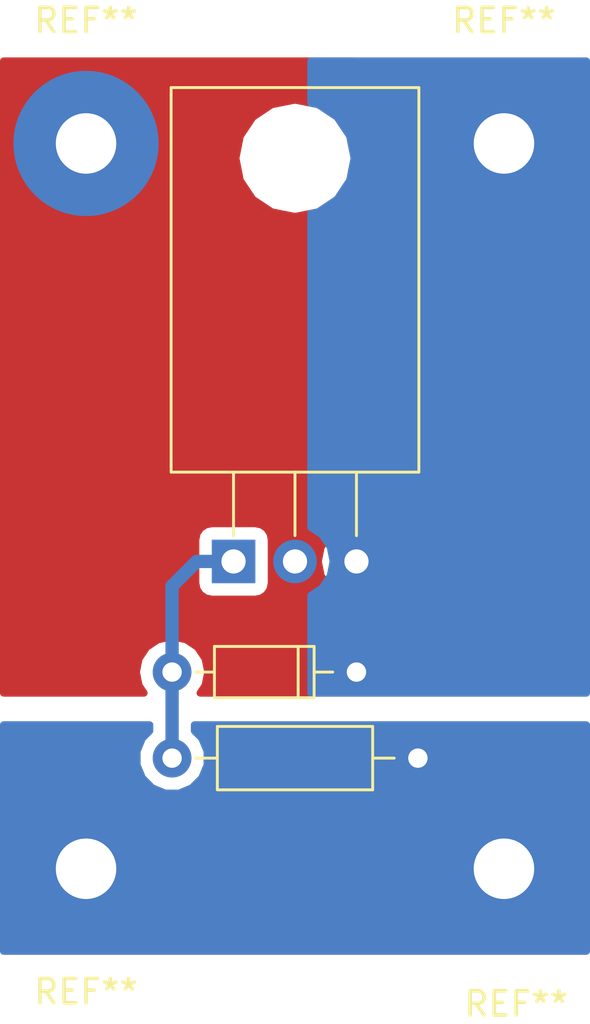
<source format=kicad_pcb>
(kicad_pcb (version 4) (host pcbnew 4.0.6)

  (general
    (links 7)
    (no_connects 0)
    (area 136.068999 83.744999 160.603001 120.979001)
    (thickness 1.6)
    (drawings 0)
    (tracks 4)
    (zones 0)
    (modules 7)
    (nets 5)
  )

  (page A4)
  (layers
    (0 F.Cu signal)
    (31 B.Cu signal)
    (32 B.Adhes user)
    (33 F.Adhes user)
    (34 B.Paste user)
    (35 F.Paste user)
    (36 B.SilkS user)
    (37 F.SilkS user)
    (38 B.Mask user)
    (39 F.Mask user)
    (40 Dwgs.User user)
    (41 Cmts.User user)
    (42 Eco1.User user)
    (43 Eco2.User user)
    (44 Edge.Cuts user)
    (45 Margin user)
    (46 B.CrtYd user)
    (47 F.CrtYd user)
    (48 B.Fab user)
    (49 F.Fab user)
  )

  (setup
    (last_trace_width 0.55)
    (trace_clearance 0.4)
    (zone_clearance 0.5)
    (zone_45_only no)
    (trace_min 0.2)
    (segment_width 0.2)
    (edge_width 0.15)
    (via_size 0.6)
    (via_drill 0.4)
    (via_min_size 0.4)
    (via_min_drill 0.3)
    (uvia_size 0.3)
    (uvia_drill 0.1)
    (uvias_allowed no)
    (uvia_min_size 0.2)
    (uvia_min_drill 0.1)
    (pcb_text_width 0.3)
    (pcb_text_size 1.5 1.5)
    (mod_edge_width 0.15)
    (mod_text_size 1 1)
    (mod_text_width 0.15)
    (pad_size 5.99948 5.99948)
    (pad_drill 2.49936)
    (pad_to_mask_clearance 0.2)
    (aux_axis_origin 0 0)
    (visible_elements FFFFFF7F)
    (pcbplotparams
      (layerselection 0x00030_80000001)
      (usegerberextensions false)
      (excludeedgelayer true)
      (linewidth 0.100000)
      (plotframeref false)
      (viasonmask false)
      (mode 1)
      (useauxorigin false)
      (hpglpennumber 1)
      (hpglpenspeed 20)
      (hpglpendiameter 15)
      (hpglpenoverlay 2)
      (psnegative false)
      (psa4output false)
      (plotreference true)
      (plotvalue true)
      (plotinvisibletext false)
      (padsonsilk false)
      (subtractmaskfromsilk false)
      (outputformat 1)
      (mirror false)
      (drillshape 1)
      (scaleselection 1)
      (outputdirectory ""))
  )

  (net 0 "")
  (net 1 "Net-(D1-Pad2)")
  (net 2 GNDREF)
  (net 3 VDD)
  (net 4 VCC)

  (net_class Default "This is the default net class."
    (clearance 0.4)
    (trace_width 0.55)
    (via_dia 0.6)
    (via_drill 0.4)
    (uvia_dia 0.3)
    (uvia_drill 0.1)
    (add_net VCC)
    (add_net VDD)
  )

  (net_class GND ""
    (clearance 0.4)
    (trace_width 0.55)
    (via_dia 0.6)
    (via_drill 0.4)
    (uvia_dia 0.3)
    (uvia_drill 0.1)
    (add_net GNDREF)
  )

  (net_class INPUT ""
    (clearance 0.4)
    (trace_width 0.55)
    (via_dia 0.6)
    (via_drill 0.4)
    (uvia_dia 0.3)
    (uvia_drill 0.1)
    (add_net "Net-(D1-Pad2)")
  )

  (net_class LOAD ""
    (clearance 0.4)
    (trace_width 0.55)
    (via_dia 0.6)
    (via_drill 0.4)
    (uvia_dia 0.3)
    (uvia_drill 0.1)
  )

  (module Diodes_ThroughHole:D_DO-35_SOD27_P7.62mm_Horizontal (layer F.Cu) (tedit 59837A4E) (tstamp 59835A0C)
    (at 150.876 109.22 180)
    (descr "D, DO-35_SOD27 series, Axial, Horizontal, pin pitch=7.62mm, , length*diameter=4*2mm^2, , http://www.diodes.com/_files/packages/DO-35.pdf")
    (tags "D DO-35_SOD27 series Axial Horizontal pin pitch 7.62mm  length 4mm diameter 2mm")
    (path /598355FA)
    (fp_text reference D1 (at -14.732 3.048 180) (layer F.SilkS) hide
      (effects (font (size 1 1) (thickness 0.15)))
    )
    (fp_text value ZENER (at -5.08 2.54 180) (layer F.Fab)
      (effects (font (size 1 1) (thickness 0.15)))
    )
    (fp_text user %R (at -5.08 1.016 180) (layer F.Fab)
      (effects (font (size 1 1) (thickness 0.15)))
    )
    (fp_line (start 1.81 -1) (end 1.81 1) (layer F.Fab) (width 0.1))
    (fp_line (start 1.81 1) (end 5.81 1) (layer F.Fab) (width 0.1))
    (fp_line (start 5.81 1) (end 5.81 -1) (layer F.Fab) (width 0.1))
    (fp_line (start 5.81 -1) (end 1.81 -1) (layer F.Fab) (width 0.1))
    (fp_line (start 0 0) (end 1.81 0) (layer F.Fab) (width 0.1))
    (fp_line (start 7.62 0) (end 5.81 0) (layer F.Fab) (width 0.1))
    (fp_line (start 2.41 -1) (end 2.41 1) (layer F.Fab) (width 0.1))
    (fp_line (start 1.75 -1.06) (end 1.75 1.06) (layer F.SilkS) (width 0.12))
    (fp_line (start 1.75 1.06) (end 5.87 1.06) (layer F.SilkS) (width 0.12))
    (fp_line (start 5.87 1.06) (end 5.87 -1.06) (layer F.SilkS) (width 0.12))
    (fp_line (start 5.87 -1.06) (end 1.75 -1.06) (layer F.SilkS) (width 0.12))
    (fp_line (start 0.98 0) (end 1.75 0) (layer F.SilkS) (width 0.12))
    (fp_line (start 6.64 0) (end 5.87 0) (layer F.SilkS) (width 0.12))
    (fp_line (start 2.41 -1.06) (end 2.41 1.06) (layer F.SilkS) (width 0.12))
    (fp_line (start -1.05 -1.35) (end -1.05 1.35) (layer F.CrtYd) (width 0.05))
    (fp_line (start -1.05 1.35) (end 8.7 1.35) (layer F.CrtYd) (width 0.05))
    (fp_line (start 8.7 1.35) (end 8.7 -1.35) (layer F.CrtYd) (width 0.05))
    (fp_line (start 8.7 -1.35) (end -1.05 -1.35) (layer F.CrtYd) (width 0.05))
    (pad 1 thru_hole rect (at 0 0 180) (size 1.6 1.6) (drill 0.8) (layers *.Cu *.Mask)
      (net 3 VDD))
    (pad 2 thru_hole oval (at 7.62 0 180) (size 1.6 1.6) (drill 0.8) (layers *.Cu *.Mask)
      (net 1 "Net-(D1-Pad2)"))
    (model ${KISYS3DMOD}/Diodes_THT.3dshapes/D_DO-35_SOD27_P7.62mm_Horizontal.wrl
      (at (xyz 0 0 0))
      (scale (xyz 0.393701 0.393701 0.393701))
      (rotate (xyz 0 0 0))
    )
  )

  (module Resistors_ThroughHole:R_Axial_DIN0207_L6.3mm_D2.5mm_P10.16mm_Horizontal (layer F.Cu) (tedit 59837A9D) (tstamp 59835A19)
    (at 143.256 112.776)
    (descr "Resistor, Axial_DIN0207 series, Axial, Horizontal, pin pitch=10.16mm, 0.25W = 1/4W, length*diameter=6.3*2.5mm^2, http://cdn-reichelt.de/documents/datenblatt/B400/1_4W%23YAG.pdf")
    (tags "Resistor Axial_DIN0207 series Axial Horizontal pin pitch 10.16mm 0.25W = 1/4W length 6.3mm diameter 2.5mm")
    (path /5983559F)
    (fp_text reference R1 (at 5.08 3.556) (layer F.SilkS) hide
      (effects (font (size 1 1) (thickness 0.15)))
    )
    (fp_text value R (at 5.08 2.31) (layer F.Fab)
      (effects (font (size 1 1) (thickness 0.15)))
    )
    (fp_line (start 1.93 -1.25) (end 1.93 1.25) (layer F.Fab) (width 0.1))
    (fp_line (start 1.93 1.25) (end 8.23 1.25) (layer F.Fab) (width 0.1))
    (fp_line (start 8.23 1.25) (end 8.23 -1.25) (layer F.Fab) (width 0.1))
    (fp_line (start 8.23 -1.25) (end 1.93 -1.25) (layer F.Fab) (width 0.1))
    (fp_line (start 0 0) (end 1.93 0) (layer F.Fab) (width 0.1))
    (fp_line (start 10.16 0) (end 8.23 0) (layer F.Fab) (width 0.1))
    (fp_line (start 1.87 -1.31) (end 1.87 1.31) (layer F.SilkS) (width 0.12))
    (fp_line (start 1.87 1.31) (end 8.29 1.31) (layer F.SilkS) (width 0.12))
    (fp_line (start 8.29 1.31) (end 8.29 -1.31) (layer F.SilkS) (width 0.12))
    (fp_line (start 8.29 -1.31) (end 1.87 -1.31) (layer F.SilkS) (width 0.12))
    (fp_line (start 0.98 0) (end 1.87 0) (layer F.SilkS) (width 0.12))
    (fp_line (start 9.18 0) (end 8.29 0) (layer F.SilkS) (width 0.12))
    (fp_line (start -1.05 -1.6) (end -1.05 1.6) (layer F.CrtYd) (width 0.05))
    (fp_line (start -1.05 1.6) (end 11.25 1.6) (layer F.CrtYd) (width 0.05))
    (fp_line (start 11.25 1.6) (end 11.25 -1.6) (layer F.CrtYd) (width 0.05))
    (fp_line (start 11.25 -1.6) (end -1.05 -1.6) (layer F.CrtYd) (width 0.05))
    (pad 1 thru_hole circle (at 0 0) (size 1.6 1.6) (drill 0.8) (layers *.Cu *.Mask)
      (net 1 "Net-(D1-Pad2)"))
    (pad 2 thru_hole oval (at 10.16 0) (size 1.6 1.6) (drill 0.8) (layers *.Cu *.Mask)
      (net 2 GNDREF))
    (model ${KISYS3DMOD}/Resistors_THT.3dshapes/R_Axial_DIN0207_L6.3mm_D2.5mm_P10.16mm_Horizontal.wrl
      (at (xyz 0 0 0))
      (scale (xyz 0.393701 0.393701 0.393701))
      (rotate (xyz 0 0 0))
    )
  )

  (module TO_SOT_Packages_THT:TO-220_Horizontal (layer F.Cu) (tedit 59837A91) (tstamp 598375B5)
    (at 145.796 104.648)
    (descr "TO-220, Horizontal, RM 2.54mm")
    (tags "TO-220 Horizontal RM 2.54mm")
    (path /5983549B)
    (fp_text reference Q1 (at 2.54 -9.144) (layer F.SilkS) hide
      (effects (font (size 1 1) (thickness 0.15)))
    )
    (fp_text value IRF9540N (at 2.54 -7.112) (layer F.Fab)
      (effects (font (size 1 1) (thickness 0.15)))
    )
    (fp_text user %R (at 2.54 -10.668) (layer F.Fab)
      (effects (font (size 1 1) (thickness 0.15)))
    )
    (fp_line (start -2.46 -13.06) (end -2.46 -19.46) (layer F.Fab) (width 0.1))
    (fp_line (start -2.46 -19.46) (end 7.54 -19.46) (layer F.Fab) (width 0.1))
    (fp_line (start 7.54 -19.46) (end 7.54 -13.06) (layer F.Fab) (width 0.1))
    (fp_line (start 7.54 -13.06) (end -2.46 -13.06) (layer F.Fab) (width 0.1))
    (fp_line (start -2.46 -3.81) (end -2.46 -13.06) (layer F.Fab) (width 0.1))
    (fp_line (start -2.46 -13.06) (end 7.54 -13.06) (layer F.Fab) (width 0.1))
    (fp_line (start 7.54 -13.06) (end 7.54 -3.81) (layer F.Fab) (width 0.1))
    (fp_line (start 7.54 -3.81) (end -2.46 -3.81) (layer F.Fab) (width 0.1))
    (fp_line (start 0 -3.81) (end 0 0) (layer F.Fab) (width 0.1))
    (fp_line (start 2.54 -3.81) (end 2.54 0) (layer F.Fab) (width 0.1))
    (fp_line (start 5.08 -3.81) (end 5.08 0) (layer F.Fab) (width 0.1))
    (fp_line (start -2.58 -3.69) (end 7.66 -3.69) (layer F.SilkS) (width 0.12))
    (fp_line (start -2.58 -19.58) (end 7.66 -19.58) (layer F.SilkS) (width 0.12))
    (fp_line (start -2.58 -19.58) (end -2.58 -3.69) (layer F.SilkS) (width 0.12))
    (fp_line (start 7.66 -19.58) (end 7.66 -3.69) (layer F.SilkS) (width 0.12))
    (fp_line (start 0 -3.69) (end 0 -1.05) (layer F.SilkS) (width 0.12))
    (fp_line (start 2.54 -3.69) (end 2.54 -1.066) (layer F.SilkS) (width 0.12))
    (fp_line (start 5.08 -3.69) (end 5.08 -1.066) (layer F.SilkS) (width 0.12))
    (fp_line (start -2.71 -19.71) (end -2.71 1.15) (layer F.CrtYd) (width 0.05))
    (fp_line (start -2.71 1.15) (end 7.79 1.15) (layer F.CrtYd) (width 0.05))
    (fp_line (start 7.79 1.15) (end 7.79 -19.71) (layer F.CrtYd) (width 0.05))
    (fp_line (start 7.79 -19.71) (end -2.71 -19.71) (layer F.CrtYd) (width 0.05))
    (fp_circle (center 2.54 -16.66) (end 4.39 -16.66) (layer F.Fab) (width 0.1))
    (pad 0 np_thru_hole oval (at 2.54 -16.66) (size 3.5 3.5) (drill 3.5) (layers *.Cu *.Mask))
    (pad 1 thru_hole rect (at 0 0) (size 1.8 1.8) (drill 1) (layers *.Cu *.Mask)
      (net 1 "Net-(D1-Pad2)"))
    (pad 2 thru_hole oval (at 2.54 0) (size 1.8 1.8) (drill 1) (layers *.Cu *.Mask)
      (net 4 VCC))
    (pad 3 thru_hole oval (at 5.08 0) (size 1.8 1.8) (drill 1) (layers *.Cu *.Mask)
      (net 3 VDD))
    (model ${KISYS3DMOD}/TO_SOT_Packages_THT.3dshapes/TO-220_Horizontal.wrl
      (at (xyz 0.1 0 0))
      (scale (xyz 0.393701 0.393701 0.393701))
      (rotate (xyz 0 0 0))
    )
  )

  (module Wire_Pads:SolderWirePad_single_2-5mmDrill (layer F.Cu) (tedit 59837BCC) (tstamp 5983798D)
    (at 156.972 87.376)
    (fp_text reference REF** (at 0 -5.08) (layer F.SilkS)
      (effects (font (size 1 1) (thickness 0.15)))
    )
    (fp_text value SolderWirePad_single_2-5mmDrill (at 1.27 5.08) (layer F.Fab) hide
      (effects (font (size 1 1) (thickness 0.15)))
    )
    (pad 1 thru_hole circle (at 0 0) (size 5.99948 5.99948) (drill 2.49936) (layers *.Cu *.Mask)
      (net 3 VDD))
  )

  (module Wire_Pads:SolderWirePad_single_2-5mmDrill (layer F.Cu) (tedit 59837BD3) (tstamp 598379AF)
    (at 139.7 87.376)
    (fp_text reference REF** (at 0 -5.08) (layer F.SilkS)
      (effects (font (size 1 1) (thickness 0.15)))
    )
    (fp_text value SolderWirePad_single_2-5mmDrill (at 1.27 5.08) (layer F.Fab) hide
      (effects (font (size 1 1) (thickness 0.15)))
    )
    (pad 1 thru_hole circle (at 0 0) (size 5.99948 5.99948) (drill 2.49936) (layers *.Cu *.Mask)
      (net 4 VCC))
  )

  (module Wire_Pads:SolderWirePad_single_2-5mmDrill (layer F.Cu) (tedit 59837BE3) (tstamp 598379C2)
    (at 156.972 117.348)
    (fp_text reference REF** (at 0.508 5.588) (layer F.SilkS)
      (effects (font (size 1 1) (thickness 0.15)))
    )
    (fp_text value SolderWirePad_single_2-5mmDrill (at 1.27 5.08) (layer F.Fab) hide
      (effects (font (size 1 1) (thickness 0.15)))
    )
    (pad 1 thru_hole circle (at 0 0) (size 5.99948 5.99948) (drill 2.49936) (layers *.Cu *.Mask)
      (net 2 GNDREF))
  )

  (module Wire_Pads:SolderWirePad_single_2-5mmDrill (layer F.Cu) (tedit 59837BDA) (tstamp 598379DA)
    (at 139.7 117.348)
    (fp_text reference REF** (at 0 5.08) (layer F.SilkS)
      (effects (font (size 1 1) (thickness 0.15)))
    )
    (fp_text value SolderWirePad_single_2-5mmDrill (at 1.27 5.08) (layer F.Fab) hide
      (effects (font (size 1 1) (thickness 0.15)))
    )
    (pad 1 thru_hole circle (at 0 0) (size 5.99948 5.99948) (drill 2.49936) (layers *.Cu *.Mask)
      (net 2 GNDREF))
  )

  (segment (start 143.256 109.22) (end 143.256 112.776) (width 0.55) (layer B.Cu) (net 1))
  (segment (start 145.796 104.648) (end 144.272 104.648) (width 0.55) (layer B.Cu) (net 1))
  (segment (start 143.256 105.664) (end 143.256 109.22) (width 0.55) (layer B.Cu) (net 1) (tstamp 5983787F))
  (segment (start 144.272 104.648) (end 143.256 105.664) (width 0.55) (layer B.Cu) (net 1) (tstamp 5983787C))

  (zone (net 2) (net_name GNDREF) (layer B.Cu) (tstamp 59835C24) (hatch edge 0.508)
    (connect_pads yes (clearance 0.5))
    (min_thickness 0.3)
    (fill yes (arc_segments 16) (thermal_gap 0.5) (thermal_bridge_width 2))
    (polygon
      (pts
        (xy 160.528 111.252) (xy 160.528 120.904) (xy 136.144 120.904) (xy 136.144 111.252) (xy 138.176 111.252)
      )
    )
    (filled_polygon
      (pts
        (xy 142.331 111.650565) (xy 142.027467 111.953569) (xy 141.806252 112.486312) (xy 141.805749 113.063157) (xy 142.026033 113.596286)
        (xy 142.433569 114.004533) (xy 142.966312 114.225748) (xy 143.543157 114.226251) (xy 144.076286 114.005967) (xy 144.484533 113.598431)
        (xy 144.705748 113.065688) (xy 144.706251 112.488843) (xy 144.485967 111.955714) (xy 144.181 111.650215) (xy 144.181 111.402)
        (xy 160.378 111.402) (xy 160.378 120.754) (xy 136.294 120.754) (xy 136.294 111.402) (xy 142.331 111.402)
      )
    )
  )
  (zone (net 3) (net_name VDD) (layer B.Cu) (tstamp 59835CF1) (hatch edge 0.508)
    (connect_pads yes (clearance 0.5))
    (min_thickness 0.3)
    (fill yes (arc_segments 16) (thermal_gap 0.5) (thermal_bridge_width 4))
    (polygon
      (pts
        (xy 160.528 110.236) (xy 148.844 110.236) (xy 148.844 83.82) (xy 160.528 83.82)
      )
    )
    (filled_polygon
      (pts
        (xy 160.378 110.086) (xy 148.994 110.086) (xy 148.994 106.056978) (xy 149.462382 105.744016) (xy 149.798379 105.241159)
        (xy 149.916366 104.648) (xy 149.798379 104.054841) (xy 149.462382 103.551984) (xy 148.994 103.239022) (xy 148.994 90.266468)
        (xy 149.301459 90.205311) (xy 150.080075 89.685056) (xy 150.60033 88.90644) (xy 150.783019 87.988) (xy 150.60033 87.06956)
        (xy 150.080075 86.290944) (xy 149.301459 85.770689) (xy 148.994 85.709532) (xy 148.994 83.97) (xy 160.378 83.97)
      )
    )
  )
  (zone (net 4) (net_name VCC) (layer F.Cu) (tstamp 59835D4C) (hatch edge 0.508)
    (connect_pads yes (clearance 0.5))
    (min_thickness 0.3)
    (fill yes (arc_segments 16) (thermal_gap 0.5) (thermal_bridge_width 2))
    (polygon
      (pts
        (xy 150.876 110.236) (xy 136.144 110.236) (xy 136.144 83.82) (xy 150.876 83.82)
      )
    )
    (filled_polygon
      (pts
        (xy 150.726 87.701346) (xy 150.60033 87.06956) (xy 150.080075 86.290944) (xy 149.301459 85.770689) (xy 148.383019 85.588)
        (xy 148.288981 85.588) (xy 147.370541 85.770689) (xy 146.591925 86.290944) (xy 146.07167 87.06956) (xy 145.888981 87.988)
        (xy 146.07167 88.90644) (xy 146.591925 89.685056) (xy 147.370541 90.205311) (xy 148.288981 90.388) (xy 148.383019 90.388)
        (xy 149.301459 90.205311) (xy 150.080075 89.685056) (xy 150.60033 88.90644) (xy 150.726 88.274654) (xy 150.726 103.121797)
        (xy 150.252475 103.215987) (xy 149.749618 103.551984) (xy 149.413621 104.054841) (xy 149.295634 104.648) (xy 149.413621 105.241159)
        (xy 149.749618 105.744016) (xy 150.252475 106.080013) (xy 150.726 106.174203) (xy 150.726 107.757266) (xy 150.076 107.757266)
        (xy 149.835124 107.80259) (xy 149.613895 107.944947) (xy 149.46548 108.162159) (xy 149.413266 108.42) (xy 149.413266 110.02)
        (xy 149.425685 110.086) (xy 144.416156 110.086) (xy 144.624032 109.774891) (xy 144.734407 109.22) (xy 144.624032 108.665109)
        (xy 144.309712 108.194695) (xy 143.839298 107.880375) (xy 143.284407 107.77) (xy 143.227593 107.77) (xy 142.672702 107.880375)
        (xy 142.202288 108.194695) (xy 141.887968 108.665109) (xy 141.777593 109.22) (xy 141.887968 109.774891) (xy 142.095844 110.086)
        (xy 136.294 110.086) (xy 136.294 103.748) (xy 144.233266 103.748) (xy 144.233266 105.548) (xy 144.27859 105.788876)
        (xy 144.420947 106.010105) (xy 144.638159 106.15852) (xy 144.896 106.210734) (xy 146.696 106.210734) (xy 146.936876 106.16541)
        (xy 147.158105 106.023053) (xy 147.30652 105.805841) (xy 147.358734 105.548) (xy 147.358734 103.748) (xy 147.31341 103.507124)
        (xy 147.171053 103.285895) (xy 146.953841 103.13748) (xy 146.696 103.085266) (xy 144.896 103.085266) (xy 144.655124 103.13059)
        (xy 144.433895 103.272947) (xy 144.28548 103.490159) (xy 144.233266 103.748) (xy 136.294 103.748) (xy 136.294 83.97)
        (xy 150.726 83.97)
      )
    )
  )
)

</source>
